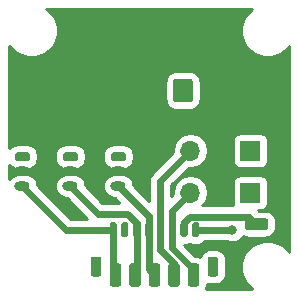
<source format=gbr>
%TF.GenerationSoftware,KiCad,Pcbnew,(5.1.9)-1*%
%TF.CreationDate,2021-10-08T16:07:11+01:00*%
%TF.ProjectId,5-servos-jst,352d7365-7276-46f7-932d-6a73742e6b69,rev?*%
%TF.SameCoordinates,Original*%
%TF.FileFunction,Copper,L1,Top*%
%TF.FilePolarity,Positive*%
%FSLAX46Y46*%
G04 Gerber Fmt 4.6, Leading zero omitted, Abs format (unit mm)*
G04 Created by KiCad (PCBNEW (5.1.9)-1) date 2021-10-08 16:07:11*
%MOMM*%
%LPD*%
G01*
G04 APERTURE LIST*
%TA.AperFunction,ComponentPad*%
%ADD10O,1.300000X0.800000*%
%TD*%
%TA.AperFunction,ComponentPad*%
%ADD11O,1.700000X1.700000*%
%TD*%
%TA.AperFunction,ComponentPad*%
%ADD12R,1.700000X1.700000*%
%TD*%
%TA.AperFunction,ComponentPad*%
%ADD13O,1.700000X2.000000*%
%TD*%
%TA.AperFunction,ViaPad*%
%ADD14C,0.800000*%
%TD*%
%TA.AperFunction,Conductor*%
%ADD15C,0.600000*%
%TD*%
%TA.AperFunction,Conductor*%
%ADD16C,0.254000*%
%TD*%
%TA.AperFunction,Conductor*%
%ADD17C,0.100000*%
%TD*%
G04 APERTURE END LIST*
D10*
%TO.P,J10,3*%
%TO.N,Net-(J1-Pad1)*%
X159258000Y-155154000D03*
%TO.P,J10,2*%
%TO.N,+BATT*%
X159258000Y-153904000D03*
%TO.P,J10,1*%
%TO.N,GND*%
%TA.AperFunction,ComponentPad*%
G36*
G01*
X158808000Y-152254000D02*
X159708000Y-152254000D01*
G75*
G02*
X159908000Y-152454000I0J-200000D01*
G01*
X159908000Y-152854000D01*
G75*
G02*
X159708000Y-153054000I-200000J0D01*
G01*
X158808000Y-153054000D01*
G75*
G02*
X158608000Y-152854000I0J200000D01*
G01*
X158608000Y-152454000D01*
G75*
G02*
X158808000Y-152254000I200000J0D01*
G01*
G37*
%TD.AperFunction*%
%TD*%
%TO.P,J5,3*%
%TO.N,Net-(J1-Pad3)*%
X163322000Y-155154000D03*
%TO.P,J5,2*%
%TO.N,+BATT*%
X163322000Y-153904000D03*
%TO.P,J5,1*%
%TO.N,GND*%
%TA.AperFunction,ComponentPad*%
G36*
G01*
X162872000Y-152254000D02*
X163772000Y-152254000D01*
G75*
G02*
X163972000Y-152454000I0J-200000D01*
G01*
X163972000Y-152854000D01*
G75*
G02*
X163772000Y-153054000I-200000J0D01*
G01*
X162872000Y-153054000D01*
G75*
G02*
X162672000Y-152854000I0J200000D01*
G01*
X162672000Y-152454000D01*
G75*
G02*
X162872000Y-152254000I200000J0D01*
G01*
G37*
%TD.AperFunction*%
%TD*%
D11*
%TO.P,J3,3*%
%TO.N,Net-(J1-Pad5)*%
X173482000Y-152146000D03*
%TO.P,J3,2*%
%TO.N,+BATT*%
X176022000Y-152146000D03*
D12*
%TO.P,J3,1*%
%TO.N,GND*%
X178562000Y-152146000D03*
%TD*%
D11*
%TO.P,J2,3*%
%TO.N,Net-(J1-Pad6)*%
X173482000Y-155702000D03*
%TO.P,J2,2*%
%TO.N,+BATT*%
X176022000Y-155702000D03*
D12*
%TO.P,J2,1*%
%TO.N,GND*%
X178562000Y-155702000D03*
%TD*%
D10*
%TO.P,J4,3*%
%TO.N,Net-(J1-Pad4)*%
X167386000Y-155154000D03*
%TO.P,J4,2*%
%TO.N,+BATT*%
X167386000Y-153904000D03*
%TO.P,J4,1*%
%TO.N,GND*%
%TA.AperFunction,ComponentPad*%
G36*
G01*
X166936000Y-152254000D02*
X167836000Y-152254000D01*
G75*
G02*
X168036000Y-152454000I0J-200000D01*
G01*
X168036000Y-152854000D01*
G75*
G02*
X167836000Y-153054000I-200000J0D01*
G01*
X166936000Y-153054000D01*
G75*
G02*
X166736000Y-152854000I0J200000D01*
G01*
X166736000Y-152454000D01*
G75*
G02*
X166936000Y-152254000I200000J0D01*
G01*
G37*
%TD.AperFunction*%
%TD*%
%TO.P,J1,MP*%
%TO.N,N/C*%
%TA.AperFunction,SMDPad,CuDef*%
G36*
G01*
X174934000Y-162603000D02*
X174934000Y-161353000D01*
G75*
G02*
X175159000Y-161128000I225000J0D01*
G01*
X175609000Y-161128000D01*
G75*
G02*
X175834000Y-161353000I0J-225000D01*
G01*
X175834000Y-162603000D01*
G75*
G02*
X175609000Y-162828000I-225000J0D01*
G01*
X175159000Y-162828000D01*
G75*
G02*
X174934000Y-162603000I0J225000D01*
G01*
G37*
%TD.AperFunction*%
%TA.AperFunction,SMDPad,CuDef*%
G36*
G01*
X165034000Y-162603000D02*
X165034000Y-161353000D01*
G75*
G02*
X165259000Y-161128000I225000J0D01*
G01*
X165709000Y-161128000D01*
G75*
G02*
X165934000Y-161353000I0J-225000D01*
G01*
X165934000Y-162603000D01*
G75*
G02*
X165709000Y-162828000I-225000J0D01*
G01*
X165259000Y-162828000D01*
G75*
G02*
X165034000Y-162603000I0J225000D01*
G01*
G37*
%TD.AperFunction*%
%TO.P,J1,8*%
%TO.N,GND*%
%TA.AperFunction,SMDPad,CuDef*%
G36*
G01*
X173634000Y-159328000D02*
X173634000Y-158378000D01*
G75*
G02*
X173784000Y-158228000I150000J0D01*
G01*
X174084000Y-158228000D01*
G75*
G02*
X174234000Y-158378000I0J-150000D01*
G01*
X174234000Y-159328000D01*
G75*
G02*
X174084000Y-159478000I-150000J0D01*
G01*
X173784000Y-159478000D01*
G75*
G02*
X173634000Y-159328000I0J150000D01*
G01*
G37*
%TD.AperFunction*%
%TO.P,J1,7*%
%TO.N,Net-(J1-Pad7)*%
%TA.AperFunction,SMDPad,CuDef*%
G36*
G01*
X172634000Y-159328000D02*
X172634000Y-158378000D01*
G75*
G02*
X172784000Y-158228000I150000J0D01*
G01*
X173084000Y-158228000D01*
G75*
G02*
X173234000Y-158378000I0J-150000D01*
G01*
X173234000Y-159328000D01*
G75*
G02*
X173084000Y-159478000I-150000J0D01*
G01*
X172784000Y-159478000D01*
G75*
G02*
X172634000Y-159328000I0J150000D01*
G01*
G37*
%TD.AperFunction*%
%TO.P,J1,6*%
%TO.N,Net-(J1-Pad6)*%
%TA.AperFunction,SMDPad,CuDef*%
G36*
G01*
X171634000Y-159328000D02*
X171634000Y-158378000D01*
G75*
G02*
X171784000Y-158228000I150000J0D01*
G01*
X172084000Y-158228000D01*
G75*
G02*
X172234000Y-158378000I0J-150000D01*
G01*
X172234000Y-159328000D01*
G75*
G02*
X172084000Y-159478000I-150000J0D01*
G01*
X171784000Y-159478000D01*
G75*
G02*
X171634000Y-159328000I0J150000D01*
G01*
G37*
%TD.AperFunction*%
%TO.P,J1,5*%
%TO.N,Net-(J1-Pad5)*%
%TA.AperFunction,SMDPad,CuDef*%
G36*
G01*
X170634000Y-159328000D02*
X170634000Y-158378000D01*
G75*
G02*
X170784000Y-158228000I150000J0D01*
G01*
X171084000Y-158228000D01*
G75*
G02*
X171234000Y-158378000I0J-150000D01*
G01*
X171234000Y-159328000D01*
G75*
G02*
X171084000Y-159478000I-150000J0D01*
G01*
X170784000Y-159478000D01*
G75*
G02*
X170634000Y-159328000I0J150000D01*
G01*
G37*
%TD.AperFunction*%
%TO.P,J1,4*%
%TO.N,Net-(J1-Pad4)*%
%TA.AperFunction,SMDPad,CuDef*%
G36*
G01*
X169634000Y-159328000D02*
X169634000Y-158378000D01*
G75*
G02*
X169784000Y-158228000I150000J0D01*
G01*
X170084000Y-158228000D01*
G75*
G02*
X170234000Y-158378000I0J-150000D01*
G01*
X170234000Y-159328000D01*
G75*
G02*
X170084000Y-159478000I-150000J0D01*
G01*
X169784000Y-159478000D01*
G75*
G02*
X169634000Y-159328000I0J150000D01*
G01*
G37*
%TD.AperFunction*%
%TO.P,J1,3*%
%TO.N,Net-(J1-Pad3)*%
%TA.AperFunction,SMDPad,CuDef*%
G36*
G01*
X168634000Y-159328000D02*
X168634000Y-158378000D01*
G75*
G02*
X168784000Y-158228000I150000J0D01*
G01*
X169084000Y-158228000D01*
G75*
G02*
X169234000Y-158378000I0J-150000D01*
G01*
X169234000Y-159328000D01*
G75*
G02*
X169084000Y-159478000I-150000J0D01*
G01*
X168784000Y-159478000D01*
G75*
G02*
X168634000Y-159328000I0J150000D01*
G01*
G37*
%TD.AperFunction*%
%TO.P,J1,2*%
%TO.N,N/C*%
%TA.AperFunction,SMDPad,CuDef*%
G36*
G01*
X167634000Y-159328000D02*
X167634000Y-158378000D01*
G75*
G02*
X167784000Y-158228000I150000J0D01*
G01*
X168084000Y-158228000D01*
G75*
G02*
X168234000Y-158378000I0J-150000D01*
G01*
X168234000Y-159328000D01*
G75*
G02*
X168084000Y-159478000I-150000J0D01*
G01*
X167784000Y-159478000D01*
G75*
G02*
X167634000Y-159328000I0J150000D01*
G01*
G37*
%TD.AperFunction*%
%TO.P,J1,1*%
%TO.N,Net-(J1-Pad1)*%
%TA.AperFunction,SMDPad,CuDef*%
G36*
G01*
X166634000Y-159328000D02*
X166634000Y-158378000D01*
G75*
G02*
X166784000Y-158228000I150000J0D01*
G01*
X167084000Y-158228000D01*
G75*
G02*
X167234000Y-158378000I0J-150000D01*
G01*
X167234000Y-159328000D01*
G75*
G02*
X167084000Y-159478000I-150000J0D01*
G01*
X166784000Y-159478000D01*
G75*
G02*
X166634000Y-159328000I0J150000D01*
G01*
G37*
%TD.AperFunction*%
%TD*%
%TO.P,J13,1*%
%TO.N,Net-(J1-Pad7)*%
%TA.AperFunction,SMDPad,CuDef*%
G36*
G01*
X179820000Y-158869000D02*
X178320000Y-158869000D01*
G75*
G02*
X178070000Y-158619000I0J250000D01*
G01*
X178070000Y-158119000D01*
G75*
G02*
X178320000Y-157869000I250000J0D01*
G01*
X179820000Y-157869000D01*
G75*
G02*
X180070000Y-158119000I0J-250000D01*
G01*
X180070000Y-158619000D01*
G75*
G02*
X179820000Y-158869000I-250000J0D01*
G01*
G37*
%TD.AperFunction*%
%TD*%
%TO.P,J12,1*%
%TO.N,Net-(J1-Pad1)*%
%TA.AperFunction,SMDPad,CuDef*%
G36*
G01*
X166632000Y-163437000D02*
X166632000Y-161937000D01*
G75*
G02*
X166882000Y-161687000I250000J0D01*
G01*
X167382000Y-161687000D01*
G75*
G02*
X167632000Y-161937000I0J-250000D01*
G01*
X167632000Y-163437000D01*
G75*
G02*
X167382000Y-163687000I-250000J0D01*
G01*
X166882000Y-163687000D01*
G75*
G02*
X166632000Y-163437000I0J250000D01*
G01*
G37*
%TD.AperFunction*%
%TD*%
%TO.P,J11,1*%
%TO.N,Net-(J1-Pad3)*%
%TA.AperFunction,SMDPad,CuDef*%
G36*
G01*
X168283000Y-163437000D02*
X168283000Y-161937000D01*
G75*
G02*
X168533000Y-161687000I250000J0D01*
G01*
X169033000Y-161687000D01*
G75*
G02*
X169283000Y-161937000I0J-250000D01*
G01*
X169283000Y-163437000D01*
G75*
G02*
X169033000Y-163687000I-250000J0D01*
G01*
X168533000Y-163687000D01*
G75*
G02*
X168283000Y-163437000I0J250000D01*
G01*
G37*
%TD.AperFunction*%
%TD*%
D13*
%TO.P,J6,2*%
%TO.N,+BATT*%
X170347000Y-147066000D03*
%TO.P,J6,1*%
%TO.N,GND*%
%TA.AperFunction,ComponentPad*%
G36*
G01*
X173697000Y-146316000D02*
X173697000Y-147816000D01*
G75*
G02*
X173447000Y-148066000I-250000J0D01*
G01*
X172247000Y-148066000D01*
G75*
G02*
X171997000Y-147816000I0J250000D01*
G01*
X171997000Y-146316000D01*
G75*
G02*
X172247000Y-146066000I250000J0D01*
G01*
X173447000Y-146066000D01*
G75*
G02*
X173697000Y-146316000I0J-250000D01*
G01*
G37*
%TD.AperFunction*%
%TD*%
%TO.P,J9,1*%
%TO.N,Net-(J1-Pad4)*%
%TA.AperFunction,SMDPad,CuDef*%
G36*
G01*
X169934000Y-163437000D02*
X169934000Y-161937000D01*
G75*
G02*
X170184000Y-161687000I250000J0D01*
G01*
X170684000Y-161687000D01*
G75*
G02*
X170934000Y-161937000I0J-250000D01*
G01*
X170934000Y-163437000D01*
G75*
G02*
X170684000Y-163687000I-250000J0D01*
G01*
X170184000Y-163687000D01*
G75*
G02*
X169934000Y-163437000I0J250000D01*
G01*
G37*
%TD.AperFunction*%
%TD*%
%TO.P,J8,1*%
%TO.N,Net-(J1-Pad5)*%
%TA.AperFunction,SMDPad,CuDef*%
G36*
G01*
X171585000Y-163437000D02*
X171585000Y-161937000D01*
G75*
G02*
X171835000Y-161687000I250000J0D01*
G01*
X172335000Y-161687000D01*
G75*
G02*
X172585000Y-161937000I0J-250000D01*
G01*
X172585000Y-163437000D01*
G75*
G02*
X172335000Y-163687000I-250000J0D01*
G01*
X171835000Y-163687000D01*
G75*
G02*
X171585000Y-163437000I0J250000D01*
G01*
G37*
%TD.AperFunction*%
%TD*%
%TO.P,J7,1*%
%TO.N,Net-(J1-Pad6)*%
%TA.AperFunction,SMDPad,CuDef*%
G36*
G01*
X173236000Y-163437000D02*
X173236000Y-161937000D01*
G75*
G02*
X173486000Y-161687000I250000J0D01*
G01*
X173986000Y-161687000D01*
G75*
G02*
X174236000Y-161937000I0J-250000D01*
G01*
X174236000Y-163437000D01*
G75*
G02*
X173986000Y-163687000I-250000J0D01*
G01*
X173486000Y-163687000D01*
G75*
G02*
X173236000Y-163437000I0J250000D01*
G01*
G37*
%TD.AperFunction*%
%TD*%
D14*
%TO.N,GND*%
X177038000Y-158877000D03*
%TD*%
D15*
%TO.N,Net-(J1-Pad3)*%
X168934000Y-162536000D02*
X168783000Y-162687000D01*
X168934000Y-158853000D02*
X168934000Y-162536000D01*
X168934000Y-158308744D02*
X168105256Y-157480000D01*
X168934000Y-158853000D02*
X168934000Y-158308744D01*
X165648000Y-157480000D02*
X163322000Y-155154000D01*
X168105256Y-157480000D02*
X165648000Y-157480000D01*
%TO.N,Net-(J1-Pad1)*%
X166934000Y-162489000D02*
X167132000Y-162687000D01*
X166934000Y-158853000D02*
X166934000Y-162489000D01*
X162957000Y-158853000D02*
X166934000Y-158853000D01*
X159258000Y-155154000D02*
X162957000Y-158853000D01*
%TO.N,GND*%
X177014000Y-158853000D02*
X177038000Y-158877000D01*
X173934000Y-158853000D02*
X177014000Y-158853000D01*
%TO.N,Net-(J1-Pad7)*%
X178428990Y-157727990D02*
X179070000Y-158369000D01*
X173434010Y-157727990D02*
X178428990Y-157727990D01*
X172934000Y-158228000D02*
X173434010Y-157727990D01*
X172934000Y-158853000D02*
X172934000Y-158228000D01*
%TO.N,Net-(J1-Pad6)*%
X173736000Y-162206616D02*
X173736000Y-162687000D01*
X171934000Y-160404616D02*
X173736000Y-162206616D01*
X171934000Y-158853000D02*
X171934000Y-160404616D01*
X171934000Y-157250000D02*
X173482000Y-155702000D01*
X171934000Y-158853000D02*
X171934000Y-157250000D01*
%TO.N,Net-(J1-Pad5)*%
X172085000Y-161687000D02*
X172085000Y-162687000D01*
X170934000Y-160536000D02*
X172085000Y-161687000D01*
X170934000Y-158853000D02*
X170934000Y-160536000D01*
X170934000Y-154694000D02*
X173482000Y-152146000D01*
X170934000Y-158853000D02*
X170934000Y-154694000D01*
%TO.N,Net-(J1-Pad4)*%
X169934000Y-162187000D02*
X170434000Y-162687000D01*
X169934000Y-158853000D02*
X169934000Y-162187000D01*
X169934000Y-157702000D02*
X167386000Y-155154000D01*
X169934000Y-158853000D02*
X169934000Y-157702000D01*
%TD*%
D16*
%TO.N,+BATT*%
X178575271Y-140263962D02*
X178263962Y-140575271D01*
X178019369Y-140941331D01*
X177850890Y-141348075D01*
X177765000Y-141779872D01*
X177765000Y-142220128D01*
X177850890Y-142651925D01*
X178019369Y-143058669D01*
X178263962Y-143424729D01*
X178575271Y-143736038D01*
X178941331Y-143980631D01*
X179348075Y-144149110D01*
X179779872Y-144235000D01*
X180220128Y-144235000D01*
X180651925Y-144149110D01*
X181058669Y-143980631D01*
X181424729Y-143736038D01*
X181736038Y-143424729D01*
X181840000Y-143269138D01*
X181840001Y-160730863D01*
X181736038Y-160575271D01*
X181424729Y-160263962D01*
X181058669Y-160019369D01*
X180651925Y-159850890D01*
X180220128Y-159765000D01*
X179779872Y-159765000D01*
X179348075Y-159850890D01*
X178941331Y-160019369D01*
X178575271Y-160263962D01*
X178263962Y-160575271D01*
X178019369Y-160941331D01*
X177850890Y-161348075D01*
X177765000Y-161779872D01*
X177765000Y-162220128D01*
X177850890Y-162651925D01*
X178019369Y-163058669D01*
X178263962Y-163424729D01*
X178575271Y-163736038D01*
X178730861Y-163840000D01*
X174772717Y-163840000D01*
X174806472Y-163776850D01*
X174857008Y-163610254D01*
X174874072Y-163437000D01*
X174874072Y-163414133D01*
X174990623Y-163449488D01*
X175159000Y-163466072D01*
X175609000Y-163466072D01*
X175777377Y-163449488D01*
X175939283Y-163400375D01*
X176088497Y-163320618D01*
X176219284Y-163213284D01*
X176326618Y-163082497D01*
X176406375Y-162933283D01*
X176455488Y-162771377D01*
X176472072Y-162603000D01*
X176472072Y-161353000D01*
X176455488Y-161184623D01*
X176406375Y-161022717D01*
X176326618Y-160873503D01*
X176219284Y-160742716D01*
X176088497Y-160635382D01*
X175939283Y-160555625D01*
X175777377Y-160506512D01*
X175609000Y-160489928D01*
X175159000Y-160489928D01*
X174990623Y-160506512D01*
X174828717Y-160555625D01*
X174679503Y-160635382D01*
X174548716Y-160742716D01*
X174441382Y-160873503D01*
X174361625Y-161022717D01*
X174332147Y-161119894D01*
X174325850Y-161116528D01*
X174159254Y-161065992D01*
X173986000Y-161048928D01*
X173900601Y-161048928D01*
X172967745Y-160116072D01*
X173084000Y-160116072D01*
X173237745Y-160100929D01*
X173385582Y-160056084D01*
X173434000Y-160030204D01*
X173482418Y-160056084D01*
X173630255Y-160100929D01*
X173784000Y-160116072D01*
X174084000Y-160116072D01*
X174237745Y-160100929D01*
X174385582Y-160056084D01*
X174521829Y-159983258D01*
X174641251Y-159885251D01*
X174721063Y-159788000D01*
X176538458Y-159788000D01*
X176547744Y-159794205D01*
X176736102Y-159872226D01*
X176936061Y-159912000D01*
X177139939Y-159912000D01*
X177339898Y-159872226D01*
X177528256Y-159794205D01*
X177697774Y-159680937D01*
X177841937Y-159536774D01*
X177926215Y-159410643D01*
X177980150Y-159439472D01*
X178146746Y-159490008D01*
X178320000Y-159507072D01*
X179820000Y-159507072D01*
X179993254Y-159490008D01*
X180159850Y-159439472D01*
X180313386Y-159357405D01*
X180447962Y-159246962D01*
X180558405Y-159112386D01*
X180640472Y-158958850D01*
X180691008Y-158792254D01*
X180708072Y-158619000D01*
X180708072Y-158119000D01*
X180691008Y-157945746D01*
X180640472Y-157779150D01*
X180558405Y-157625614D01*
X180447962Y-157491038D01*
X180313386Y-157380595D01*
X180159850Y-157298528D01*
X179993254Y-157247992D01*
X179820000Y-157230928D01*
X179254217Y-157230928D01*
X179213361Y-157190072D01*
X179412000Y-157190072D01*
X179536482Y-157177812D01*
X179656180Y-157141502D01*
X179766494Y-157082537D01*
X179863185Y-157003185D01*
X179942537Y-156906494D01*
X180001502Y-156796180D01*
X180037812Y-156676482D01*
X180050072Y-156552000D01*
X180050072Y-154852000D01*
X180037812Y-154727518D01*
X180001502Y-154607820D01*
X179942537Y-154497506D01*
X179863185Y-154400815D01*
X179766494Y-154321463D01*
X179656180Y-154262498D01*
X179536482Y-154226188D01*
X179412000Y-154213928D01*
X177712000Y-154213928D01*
X177587518Y-154226188D01*
X177467820Y-154262498D01*
X177357506Y-154321463D01*
X177260815Y-154400815D01*
X177181463Y-154497506D01*
X177122498Y-154607820D01*
X177086188Y-154727518D01*
X177073928Y-154852000D01*
X177073928Y-156552000D01*
X177086188Y-156676482D01*
X177121530Y-156792990D01*
X174491117Y-156792990D01*
X174635475Y-156648632D01*
X174797990Y-156405411D01*
X174909932Y-156135158D01*
X174967000Y-155848260D01*
X174967000Y-155555740D01*
X174909932Y-155268842D01*
X174797990Y-154998589D01*
X174635475Y-154755368D01*
X174428632Y-154548525D01*
X174185411Y-154386010D01*
X173915158Y-154274068D01*
X173628260Y-154217000D01*
X173335740Y-154217000D01*
X173048842Y-154274068D01*
X172778589Y-154386010D01*
X172535368Y-154548525D01*
X172328525Y-154755368D01*
X172166010Y-154998589D01*
X172054068Y-155268842D01*
X171997000Y-155555740D01*
X171997000Y-155848260D01*
X171999729Y-155861982D01*
X171869000Y-155992711D01*
X171869000Y-155081289D01*
X173322019Y-153628271D01*
X173335740Y-153631000D01*
X173628260Y-153631000D01*
X173915158Y-153573932D01*
X174185411Y-153461990D01*
X174428632Y-153299475D01*
X174635475Y-153092632D01*
X174797990Y-152849411D01*
X174909932Y-152579158D01*
X174967000Y-152292260D01*
X174967000Y-151999740D01*
X174909932Y-151712842D01*
X174797990Y-151442589D01*
X174700043Y-151296000D01*
X177073928Y-151296000D01*
X177073928Y-152996000D01*
X177086188Y-153120482D01*
X177122498Y-153240180D01*
X177181463Y-153350494D01*
X177260815Y-153447185D01*
X177357506Y-153526537D01*
X177467820Y-153585502D01*
X177587518Y-153621812D01*
X177712000Y-153634072D01*
X179412000Y-153634072D01*
X179536482Y-153621812D01*
X179656180Y-153585502D01*
X179766494Y-153526537D01*
X179863185Y-153447185D01*
X179942537Y-153350494D01*
X180001502Y-153240180D01*
X180037812Y-153120482D01*
X180050072Y-152996000D01*
X180050072Y-151296000D01*
X180037812Y-151171518D01*
X180001502Y-151051820D01*
X179942537Y-150941506D01*
X179863185Y-150844815D01*
X179766494Y-150765463D01*
X179656180Y-150706498D01*
X179536482Y-150670188D01*
X179412000Y-150657928D01*
X177712000Y-150657928D01*
X177587518Y-150670188D01*
X177467820Y-150706498D01*
X177357506Y-150765463D01*
X177260815Y-150844815D01*
X177181463Y-150941506D01*
X177122498Y-151051820D01*
X177086188Y-151171518D01*
X177073928Y-151296000D01*
X174700043Y-151296000D01*
X174635475Y-151199368D01*
X174428632Y-150992525D01*
X174185411Y-150830010D01*
X173915158Y-150718068D01*
X173628260Y-150661000D01*
X173335740Y-150661000D01*
X173048842Y-150718068D01*
X172778589Y-150830010D01*
X172535368Y-150992525D01*
X172328525Y-151199368D01*
X172166010Y-151442589D01*
X172054068Y-151712842D01*
X171997000Y-151999740D01*
X171997000Y-152292260D01*
X171999729Y-152305981D01*
X170305336Y-154000375D01*
X170269657Y-154029656D01*
X170152815Y-154172028D01*
X170072941Y-154321463D01*
X170065994Y-154334460D01*
X170012529Y-154510709D01*
X169994476Y-154694000D01*
X169999001Y-154739942D01*
X169999001Y-156444711D01*
X168672480Y-155118191D01*
X168656024Y-154951105D01*
X168596841Y-154756007D01*
X168500734Y-154576203D01*
X168371396Y-154418604D01*
X168213797Y-154289266D01*
X168033993Y-154193159D01*
X167838895Y-154133976D01*
X167686838Y-154119000D01*
X167085162Y-154119000D01*
X166933105Y-154133976D01*
X166738007Y-154193159D01*
X166558203Y-154289266D01*
X166400604Y-154418604D01*
X166271266Y-154576203D01*
X166175159Y-154756007D01*
X166115976Y-154951105D01*
X166095993Y-155154000D01*
X166115976Y-155356895D01*
X166175159Y-155551993D01*
X166271266Y-155731797D01*
X166400604Y-155889396D01*
X166558203Y-156018734D01*
X166738007Y-156114841D01*
X166933105Y-156174024D01*
X167085162Y-156189000D01*
X167098711Y-156189000D01*
X167454711Y-156545000D01*
X166035289Y-156545000D01*
X164608480Y-155118191D01*
X164592024Y-154951105D01*
X164532841Y-154756007D01*
X164436734Y-154576203D01*
X164307396Y-154418604D01*
X164149797Y-154289266D01*
X163969993Y-154193159D01*
X163774895Y-154133976D01*
X163622838Y-154119000D01*
X163021162Y-154119000D01*
X162869105Y-154133976D01*
X162674007Y-154193159D01*
X162494203Y-154289266D01*
X162336604Y-154418604D01*
X162207266Y-154576203D01*
X162111159Y-154756007D01*
X162051976Y-154951105D01*
X162031993Y-155154000D01*
X162051976Y-155356895D01*
X162111159Y-155551993D01*
X162207266Y-155731797D01*
X162336604Y-155889396D01*
X162494203Y-156018734D01*
X162674007Y-156114841D01*
X162869105Y-156174024D01*
X163021162Y-156189000D01*
X163034711Y-156189000D01*
X164763711Y-157918000D01*
X163344289Y-157918000D01*
X160544480Y-155118191D01*
X160528024Y-154951105D01*
X160468841Y-154756007D01*
X160372734Y-154576203D01*
X160243396Y-154418604D01*
X160085797Y-154289266D01*
X159905993Y-154193159D01*
X159710895Y-154133976D01*
X159558838Y-154119000D01*
X158957162Y-154119000D01*
X158805105Y-154133976D01*
X158610007Y-154193159D01*
X158430203Y-154289266D01*
X158272604Y-154418604D01*
X158160000Y-154555813D01*
X158160000Y-153379108D01*
X158215394Y-153446606D01*
X158342392Y-153550831D01*
X158487284Y-153628278D01*
X158644500Y-153675969D01*
X158808000Y-153692072D01*
X159708000Y-153692072D01*
X159871500Y-153675969D01*
X160028716Y-153628278D01*
X160173608Y-153550831D01*
X160300606Y-153446606D01*
X160404831Y-153319608D01*
X160482278Y-153174716D01*
X160529969Y-153017500D01*
X160546072Y-152854000D01*
X160546072Y-152454000D01*
X162033928Y-152454000D01*
X162033928Y-152854000D01*
X162050031Y-153017500D01*
X162097722Y-153174716D01*
X162175169Y-153319608D01*
X162279394Y-153446606D01*
X162406392Y-153550831D01*
X162551284Y-153628278D01*
X162708500Y-153675969D01*
X162872000Y-153692072D01*
X163772000Y-153692072D01*
X163935500Y-153675969D01*
X164092716Y-153628278D01*
X164237608Y-153550831D01*
X164364606Y-153446606D01*
X164468831Y-153319608D01*
X164546278Y-153174716D01*
X164593969Y-153017500D01*
X164610072Y-152854000D01*
X164610072Y-152454000D01*
X166097928Y-152454000D01*
X166097928Y-152854000D01*
X166114031Y-153017500D01*
X166161722Y-153174716D01*
X166239169Y-153319608D01*
X166343394Y-153446606D01*
X166470392Y-153550831D01*
X166615284Y-153628278D01*
X166772500Y-153675969D01*
X166936000Y-153692072D01*
X167836000Y-153692072D01*
X167999500Y-153675969D01*
X168156716Y-153628278D01*
X168301608Y-153550831D01*
X168428606Y-153446606D01*
X168532831Y-153319608D01*
X168610278Y-153174716D01*
X168657969Y-153017500D01*
X168674072Y-152854000D01*
X168674072Y-152454000D01*
X168657969Y-152290500D01*
X168610278Y-152133284D01*
X168532831Y-151988392D01*
X168428606Y-151861394D01*
X168301608Y-151757169D01*
X168156716Y-151679722D01*
X167999500Y-151632031D01*
X167836000Y-151615928D01*
X166936000Y-151615928D01*
X166772500Y-151632031D01*
X166615284Y-151679722D01*
X166470392Y-151757169D01*
X166343394Y-151861394D01*
X166239169Y-151988392D01*
X166161722Y-152133284D01*
X166114031Y-152290500D01*
X166097928Y-152454000D01*
X164610072Y-152454000D01*
X164593969Y-152290500D01*
X164546278Y-152133284D01*
X164468831Y-151988392D01*
X164364606Y-151861394D01*
X164237608Y-151757169D01*
X164092716Y-151679722D01*
X163935500Y-151632031D01*
X163772000Y-151615928D01*
X162872000Y-151615928D01*
X162708500Y-151632031D01*
X162551284Y-151679722D01*
X162406392Y-151757169D01*
X162279394Y-151861394D01*
X162175169Y-151988392D01*
X162097722Y-152133284D01*
X162050031Y-152290500D01*
X162033928Y-152454000D01*
X160546072Y-152454000D01*
X160529969Y-152290500D01*
X160482278Y-152133284D01*
X160404831Y-151988392D01*
X160300606Y-151861394D01*
X160173608Y-151757169D01*
X160028716Y-151679722D01*
X159871500Y-151632031D01*
X159708000Y-151615928D01*
X158808000Y-151615928D01*
X158644500Y-151632031D01*
X158487284Y-151679722D01*
X158342392Y-151757169D01*
X158215394Y-151861394D01*
X158160000Y-151928892D01*
X158160000Y-146316000D01*
X171358928Y-146316000D01*
X171358928Y-147816000D01*
X171375992Y-147989254D01*
X171426528Y-148155850D01*
X171508595Y-148309386D01*
X171619038Y-148443962D01*
X171753614Y-148554405D01*
X171907150Y-148636472D01*
X172073746Y-148687008D01*
X172247000Y-148704072D01*
X173447000Y-148704072D01*
X173620254Y-148687008D01*
X173786850Y-148636472D01*
X173940386Y-148554405D01*
X174074962Y-148443962D01*
X174185405Y-148309386D01*
X174267472Y-148155850D01*
X174318008Y-147989254D01*
X174335072Y-147816000D01*
X174335072Y-146316000D01*
X174318008Y-146142746D01*
X174267472Y-145976150D01*
X174185405Y-145822614D01*
X174074962Y-145688038D01*
X173940386Y-145577595D01*
X173786850Y-145495528D01*
X173620254Y-145444992D01*
X173447000Y-145427928D01*
X172247000Y-145427928D01*
X172073746Y-145444992D01*
X171907150Y-145495528D01*
X171753614Y-145577595D01*
X171619038Y-145688038D01*
X171508595Y-145822614D01*
X171426528Y-145976150D01*
X171375992Y-146142746D01*
X171358928Y-146316000D01*
X158160000Y-146316000D01*
X158160000Y-143269139D01*
X158263962Y-143424729D01*
X158575271Y-143736038D01*
X158941331Y-143980631D01*
X159348075Y-144149110D01*
X159779872Y-144235000D01*
X160220128Y-144235000D01*
X160651925Y-144149110D01*
X161058669Y-143980631D01*
X161424729Y-143736038D01*
X161736038Y-143424729D01*
X161980631Y-143058669D01*
X162149110Y-142651925D01*
X162235000Y-142220128D01*
X162235000Y-141779872D01*
X162149110Y-141348075D01*
X161980631Y-140941331D01*
X161736038Y-140575271D01*
X161424729Y-140263962D01*
X161269139Y-140160000D01*
X178730861Y-140160000D01*
X178575271Y-140263962D01*
%TA.AperFunction,Conductor*%
D17*
G36*
X178575271Y-140263962D02*
G01*
X178263962Y-140575271D01*
X178019369Y-140941331D01*
X177850890Y-141348075D01*
X177765000Y-141779872D01*
X177765000Y-142220128D01*
X177850890Y-142651925D01*
X178019369Y-143058669D01*
X178263962Y-143424729D01*
X178575271Y-143736038D01*
X178941331Y-143980631D01*
X179348075Y-144149110D01*
X179779872Y-144235000D01*
X180220128Y-144235000D01*
X180651925Y-144149110D01*
X181058669Y-143980631D01*
X181424729Y-143736038D01*
X181736038Y-143424729D01*
X181840000Y-143269138D01*
X181840001Y-160730863D01*
X181736038Y-160575271D01*
X181424729Y-160263962D01*
X181058669Y-160019369D01*
X180651925Y-159850890D01*
X180220128Y-159765000D01*
X179779872Y-159765000D01*
X179348075Y-159850890D01*
X178941331Y-160019369D01*
X178575271Y-160263962D01*
X178263962Y-160575271D01*
X178019369Y-160941331D01*
X177850890Y-161348075D01*
X177765000Y-161779872D01*
X177765000Y-162220128D01*
X177850890Y-162651925D01*
X178019369Y-163058669D01*
X178263962Y-163424729D01*
X178575271Y-163736038D01*
X178730861Y-163840000D01*
X174772717Y-163840000D01*
X174806472Y-163776850D01*
X174857008Y-163610254D01*
X174874072Y-163437000D01*
X174874072Y-163414133D01*
X174990623Y-163449488D01*
X175159000Y-163466072D01*
X175609000Y-163466072D01*
X175777377Y-163449488D01*
X175939283Y-163400375D01*
X176088497Y-163320618D01*
X176219284Y-163213284D01*
X176326618Y-163082497D01*
X176406375Y-162933283D01*
X176455488Y-162771377D01*
X176472072Y-162603000D01*
X176472072Y-161353000D01*
X176455488Y-161184623D01*
X176406375Y-161022717D01*
X176326618Y-160873503D01*
X176219284Y-160742716D01*
X176088497Y-160635382D01*
X175939283Y-160555625D01*
X175777377Y-160506512D01*
X175609000Y-160489928D01*
X175159000Y-160489928D01*
X174990623Y-160506512D01*
X174828717Y-160555625D01*
X174679503Y-160635382D01*
X174548716Y-160742716D01*
X174441382Y-160873503D01*
X174361625Y-161022717D01*
X174332147Y-161119894D01*
X174325850Y-161116528D01*
X174159254Y-161065992D01*
X173986000Y-161048928D01*
X173900601Y-161048928D01*
X172967745Y-160116072D01*
X173084000Y-160116072D01*
X173237745Y-160100929D01*
X173385582Y-160056084D01*
X173434000Y-160030204D01*
X173482418Y-160056084D01*
X173630255Y-160100929D01*
X173784000Y-160116072D01*
X174084000Y-160116072D01*
X174237745Y-160100929D01*
X174385582Y-160056084D01*
X174521829Y-159983258D01*
X174641251Y-159885251D01*
X174721063Y-159788000D01*
X176538458Y-159788000D01*
X176547744Y-159794205D01*
X176736102Y-159872226D01*
X176936061Y-159912000D01*
X177139939Y-159912000D01*
X177339898Y-159872226D01*
X177528256Y-159794205D01*
X177697774Y-159680937D01*
X177841937Y-159536774D01*
X177926215Y-159410643D01*
X177980150Y-159439472D01*
X178146746Y-159490008D01*
X178320000Y-159507072D01*
X179820000Y-159507072D01*
X179993254Y-159490008D01*
X180159850Y-159439472D01*
X180313386Y-159357405D01*
X180447962Y-159246962D01*
X180558405Y-159112386D01*
X180640472Y-158958850D01*
X180691008Y-158792254D01*
X180708072Y-158619000D01*
X180708072Y-158119000D01*
X180691008Y-157945746D01*
X180640472Y-157779150D01*
X180558405Y-157625614D01*
X180447962Y-157491038D01*
X180313386Y-157380595D01*
X180159850Y-157298528D01*
X179993254Y-157247992D01*
X179820000Y-157230928D01*
X179254217Y-157230928D01*
X179213361Y-157190072D01*
X179412000Y-157190072D01*
X179536482Y-157177812D01*
X179656180Y-157141502D01*
X179766494Y-157082537D01*
X179863185Y-157003185D01*
X179942537Y-156906494D01*
X180001502Y-156796180D01*
X180037812Y-156676482D01*
X180050072Y-156552000D01*
X180050072Y-154852000D01*
X180037812Y-154727518D01*
X180001502Y-154607820D01*
X179942537Y-154497506D01*
X179863185Y-154400815D01*
X179766494Y-154321463D01*
X179656180Y-154262498D01*
X179536482Y-154226188D01*
X179412000Y-154213928D01*
X177712000Y-154213928D01*
X177587518Y-154226188D01*
X177467820Y-154262498D01*
X177357506Y-154321463D01*
X177260815Y-154400815D01*
X177181463Y-154497506D01*
X177122498Y-154607820D01*
X177086188Y-154727518D01*
X177073928Y-154852000D01*
X177073928Y-156552000D01*
X177086188Y-156676482D01*
X177121530Y-156792990D01*
X174491117Y-156792990D01*
X174635475Y-156648632D01*
X174797990Y-156405411D01*
X174909932Y-156135158D01*
X174967000Y-155848260D01*
X174967000Y-155555740D01*
X174909932Y-155268842D01*
X174797990Y-154998589D01*
X174635475Y-154755368D01*
X174428632Y-154548525D01*
X174185411Y-154386010D01*
X173915158Y-154274068D01*
X173628260Y-154217000D01*
X173335740Y-154217000D01*
X173048842Y-154274068D01*
X172778589Y-154386010D01*
X172535368Y-154548525D01*
X172328525Y-154755368D01*
X172166010Y-154998589D01*
X172054068Y-155268842D01*
X171997000Y-155555740D01*
X171997000Y-155848260D01*
X171999729Y-155861982D01*
X171869000Y-155992711D01*
X171869000Y-155081289D01*
X173322019Y-153628271D01*
X173335740Y-153631000D01*
X173628260Y-153631000D01*
X173915158Y-153573932D01*
X174185411Y-153461990D01*
X174428632Y-153299475D01*
X174635475Y-153092632D01*
X174797990Y-152849411D01*
X174909932Y-152579158D01*
X174967000Y-152292260D01*
X174967000Y-151999740D01*
X174909932Y-151712842D01*
X174797990Y-151442589D01*
X174700043Y-151296000D01*
X177073928Y-151296000D01*
X177073928Y-152996000D01*
X177086188Y-153120482D01*
X177122498Y-153240180D01*
X177181463Y-153350494D01*
X177260815Y-153447185D01*
X177357506Y-153526537D01*
X177467820Y-153585502D01*
X177587518Y-153621812D01*
X177712000Y-153634072D01*
X179412000Y-153634072D01*
X179536482Y-153621812D01*
X179656180Y-153585502D01*
X179766494Y-153526537D01*
X179863185Y-153447185D01*
X179942537Y-153350494D01*
X180001502Y-153240180D01*
X180037812Y-153120482D01*
X180050072Y-152996000D01*
X180050072Y-151296000D01*
X180037812Y-151171518D01*
X180001502Y-151051820D01*
X179942537Y-150941506D01*
X179863185Y-150844815D01*
X179766494Y-150765463D01*
X179656180Y-150706498D01*
X179536482Y-150670188D01*
X179412000Y-150657928D01*
X177712000Y-150657928D01*
X177587518Y-150670188D01*
X177467820Y-150706498D01*
X177357506Y-150765463D01*
X177260815Y-150844815D01*
X177181463Y-150941506D01*
X177122498Y-151051820D01*
X177086188Y-151171518D01*
X177073928Y-151296000D01*
X174700043Y-151296000D01*
X174635475Y-151199368D01*
X174428632Y-150992525D01*
X174185411Y-150830010D01*
X173915158Y-150718068D01*
X173628260Y-150661000D01*
X173335740Y-150661000D01*
X173048842Y-150718068D01*
X172778589Y-150830010D01*
X172535368Y-150992525D01*
X172328525Y-151199368D01*
X172166010Y-151442589D01*
X172054068Y-151712842D01*
X171997000Y-151999740D01*
X171997000Y-152292260D01*
X171999729Y-152305981D01*
X170305336Y-154000375D01*
X170269657Y-154029656D01*
X170152815Y-154172028D01*
X170072941Y-154321463D01*
X170065994Y-154334460D01*
X170012529Y-154510709D01*
X169994476Y-154694000D01*
X169999001Y-154739942D01*
X169999001Y-156444711D01*
X168672480Y-155118191D01*
X168656024Y-154951105D01*
X168596841Y-154756007D01*
X168500734Y-154576203D01*
X168371396Y-154418604D01*
X168213797Y-154289266D01*
X168033993Y-154193159D01*
X167838895Y-154133976D01*
X167686838Y-154119000D01*
X167085162Y-154119000D01*
X166933105Y-154133976D01*
X166738007Y-154193159D01*
X166558203Y-154289266D01*
X166400604Y-154418604D01*
X166271266Y-154576203D01*
X166175159Y-154756007D01*
X166115976Y-154951105D01*
X166095993Y-155154000D01*
X166115976Y-155356895D01*
X166175159Y-155551993D01*
X166271266Y-155731797D01*
X166400604Y-155889396D01*
X166558203Y-156018734D01*
X166738007Y-156114841D01*
X166933105Y-156174024D01*
X167085162Y-156189000D01*
X167098711Y-156189000D01*
X167454711Y-156545000D01*
X166035289Y-156545000D01*
X164608480Y-155118191D01*
X164592024Y-154951105D01*
X164532841Y-154756007D01*
X164436734Y-154576203D01*
X164307396Y-154418604D01*
X164149797Y-154289266D01*
X163969993Y-154193159D01*
X163774895Y-154133976D01*
X163622838Y-154119000D01*
X163021162Y-154119000D01*
X162869105Y-154133976D01*
X162674007Y-154193159D01*
X162494203Y-154289266D01*
X162336604Y-154418604D01*
X162207266Y-154576203D01*
X162111159Y-154756007D01*
X162051976Y-154951105D01*
X162031993Y-155154000D01*
X162051976Y-155356895D01*
X162111159Y-155551993D01*
X162207266Y-155731797D01*
X162336604Y-155889396D01*
X162494203Y-156018734D01*
X162674007Y-156114841D01*
X162869105Y-156174024D01*
X163021162Y-156189000D01*
X163034711Y-156189000D01*
X164763711Y-157918000D01*
X163344289Y-157918000D01*
X160544480Y-155118191D01*
X160528024Y-154951105D01*
X160468841Y-154756007D01*
X160372734Y-154576203D01*
X160243396Y-154418604D01*
X160085797Y-154289266D01*
X159905993Y-154193159D01*
X159710895Y-154133976D01*
X159558838Y-154119000D01*
X158957162Y-154119000D01*
X158805105Y-154133976D01*
X158610007Y-154193159D01*
X158430203Y-154289266D01*
X158272604Y-154418604D01*
X158160000Y-154555813D01*
X158160000Y-153379108D01*
X158215394Y-153446606D01*
X158342392Y-153550831D01*
X158487284Y-153628278D01*
X158644500Y-153675969D01*
X158808000Y-153692072D01*
X159708000Y-153692072D01*
X159871500Y-153675969D01*
X160028716Y-153628278D01*
X160173608Y-153550831D01*
X160300606Y-153446606D01*
X160404831Y-153319608D01*
X160482278Y-153174716D01*
X160529969Y-153017500D01*
X160546072Y-152854000D01*
X160546072Y-152454000D01*
X162033928Y-152454000D01*
X162033928Y-152854000D01*
X162050031Y-153017500D01*
X162097722Y-153174716D01*
X162175169Y-153319608D01*
X162279394Y-153446606D01*
X162406392Y-153550831D01*
X162551284Y-153628278D01*
X162708500Y-153675969D01*
X162872000Y-153692072D01*
X163772000Y-153692072D01*
X163935500Y-153675969D01*
X164092716Y-153628278D01*
X164237608Y-153550831D01*
X164364606Y-153446606D01*
X164468831Y-153319608D01*
X164546278Y-153174716D01*
X164593969Y-153017500D01*
X164610072Y-152854000D01*
X164610072Y-152454000D01*
X166097928Y-152454000D01*
X166097928Y-152854000D01*
X166114031Y-153017500D01*
X166161722Y-153174716D01*
X166239169Y-153319608D01*
X166343394Y-153446606D01*
X166470392Y-153550831D01*
X166615284Y-153628278D01*
X166772500Y-153675969D01*
X166936000Y-153692072D01*
X167836000Y-153692072D01*
X167999500Y-153675969D01*
X168156716Y-153628278D01*
X168301608Y-153550831D01*
X168428606Y-153446606D01*
X168532831Y-153319608D01*
X168610278Y-153174716D01*
X168657969Y-153017500D01*
X168674072Y-152854000D01*
X168674072Y-152454000D01*
X168657969Y-152290500D01*
X168610278Y-152133284D01*
X168532831Y-151988392D01*
X168428606Y-151861394D01*
X168301608Y-151757169D01*
X168156716Y-151679722D01*
X167999500Y-151632031D01*
X167836000Y-151615928D01*
X166936000Y-151615928D01*
X166772500Y-151632031D01*
X166615284Y-151679722D01*
X166470392Y-151757169D01*
X166343394Y-151861394D01*
X166239169Y-151988392D01*
X166161722Y-152133284D01*
X166114031Y-152290500D01*
X166097928Y-152454000D01*
X164610072Y-152454000D01*
X164593969Y-152290500D01*
X164546278Y-152133284D01*
X164468831Y-151988392D01*
X164364606Y-151861394D01*
X164237608Y-151757169D01*
X164092716Y-151679722D01*
X163935500Y-151632031D01*
X163772000Y-151615928D01*
X162872000Y-151615928D01*
X162708500Y-151632031D01*
X162551284Y-151679722D01*
X162406392Y-151757169D01*
X162279394Y-151861394D01*
X162175169Y-151988392D01*
X162097722Y-152133284D01*
X162050031Y-152290500D01*
X162033928Y-152454000D01*
X160546072Y-152454000D01*
X160529969Y-152290500D01*
X160482278Y-152133284D01*
X160404831Y-151988392D01*
X160300606Y-151861394D01*
X160173608Y-151757169D01*
X160028716Y-151679722D01*
X159871500Y-151632031D01*
X159708000Y-151615928D01*
X158808000Y-151615928D01*
X158644500Y-151632031D01*
X158487284Y-151679722D01*
X158342392Y-151757169D01*
X158215394Y-151861394D01*
X158160000Y-151928892D01*
X158160000Y-146316000D01*
X171358928Y-146316000D01*
X171358928Y-147816000D01*
X171375992Y-147989254D01*
X171426528Y-148155850D01*
X171508595Y-148309386D01*
X171619038Y-148443962D01*
X171753614Y-148554405D01*
X171907150Y-148636472D01*
X172073746Y-148687008D01*
X172247000Y-148704072D01*
X173447000Y-148704072D01*
X173620254Y-148687008D01*
X173786850Y-148636472D01*
X173940386Y-148554405D01*
X174074962Y-148443962D01*
X174185405Y-148309386D01*
X174267472Y-148155850D01*
X174318008Y-147989254D01*
X174335072Y-147816000D01*
X174335072Y-146316000D01*
X174318008Y-146142746D01*
X174267472Y-145976150D01*
X174185405Y-145822614D01*
X174074962Y-145688038D01*
X173940386Y-145577595D01*
X173786850Y-145495528D01*
X173620254Y-145444992D01*
X173447000Y-145427928D01*
X172247000Y-145427928D01*
X172073746Y-145444992D01*
X171907150Y-145495528D01*
X171753614Y-145577595D01*
X171619038Y-145688038D01*
X171508595Y-145822614D01*
X171426528Y-145976150D01*
X171375992Y-146142746D01*
X171358928Y-146316000D01*
X158160000Y-146316000D01*
X158160000Y-143269139D01*
X158263962Y-143424729D01*
X158575271Y-143736038D01*
X158941331Y-143980631D01*
X159348075Y-144149110D01*
X159779872Y-144235000D01*
X160220128Y-144235000D01*
X160651925Y-144149110D01*
X161058669Y-143980631D01*
X161424729Y-143736038D01*
X161736038Y-143424729D01*
X161980631Y-143058669D01*
X162149110Y-142651925D01*
X162235000Y-142220128D01*
X162235000Y-141779872D01*
X162149110Y-141348075D01*
X161980631Y-140941331D01*
X161736038Y-140575271D01*
X161424729Y-140263962D01*
X161269139Y-140160000D01*
X178730861Y-140160000D01*
X178575271Y-140263962D01*
G37*
%TD.AperFunction*%
%TD*%
M02*

</source>
